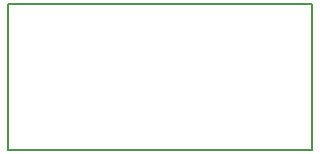
<source format=gko>
G04 ================== begin FILE IDENTIFICATION RECORD ==================*
G04 Layout Name:  C:/USERS/MSAHADAT3/DROPBOX/GATECH/ETDS_PCB/allegro/ETDS_CHIP_AN.brd*
G04 Film Name:    PHOTOPLOTAREA*
G04 File Format:  Gerber RS274X*
G04 File Origin:  Cadence Allegro 16.6-P004*
G04 Origin Date:  Thu Sep 11 12:01:08 2014*
G04 *
G04 Layer:  MANUFACTURING/PHOTOPLOT_OUTLINE*
G04 *
G04 Offset:    (0.00 0.00)*
G04 Mirror:    No*
G04 Mode:      Positive*
G04 Rotation:  0*
G04 FullContactRelief:  No*
G04 UndefLineWidth:     5.00*
G04 ================== end FILE IDENTIFICATION RECORD ====================*
%FSLAX25Y25*MOIN*%
%IR0*IPPOS*OFA0.00000B0.00000*MIA0B0*SFA1.00000B1.00000*%
%ADD10C,.005*%
G75*
%LPD*%
G75*
G54D10*
G01X750900Y1704000D02*
Y1655600D01*
X852000D01*
Y1704000D01*
X836300D01*
X750900D01*
G01D02*
Y1655600D01*
X852000D01*
Y1704000D01*
X836300D01*
X750900D01*
M02*

</source>
